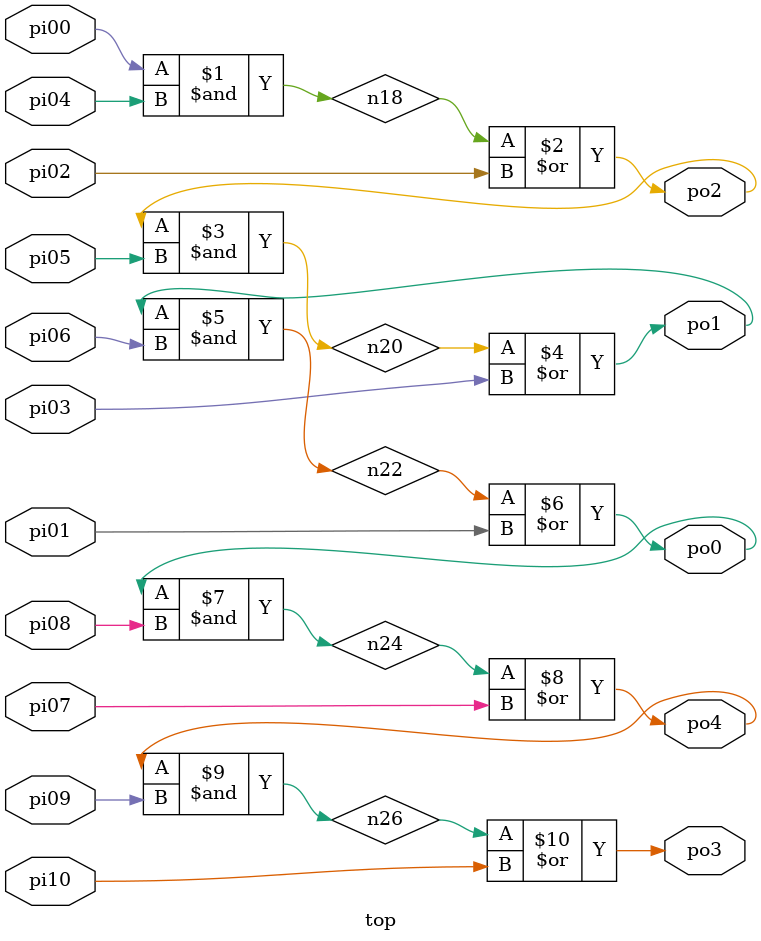
<source format=v>
module top(pi00, pi01, pi02, pi03, pi04, pi05, pi06, pi07, pi08, pi09, pi10, po0, po1, po2, po3, po4);
  input  pi00, pi01, pi02, pi03, pi04, pi05, pi06, pi07, pi08, pi09, pi10;
  output po0, po1, po2, po3, po4;
  wire n18, n20, n22, n24, n26;
  assign n18 = pi00 & pi04;
  assign po2 = n18 | pi02;
  assign n20 = po2 & pi05;
  assign po1 = n20 | pi03;
  assign n22 = po1 & pi06;
  assign po0 = n22 | pi01;
  assign n24 = po0 & pi08;
  assign po4 = n24 | pi07;
  assign n26 = po4 & pi09;
  assign po3 = n26 | pi10;
endmodule
</source>
